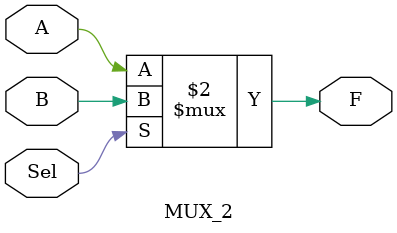
<source format=v>
module MUX_2 #(parameter N = 1) (
    input wire [N-1:0] A,
    input wire [N-1:0] B, 
    input wire Sel,
    output wire [N-1:0] F
);
    assign F = (Sel == 0) ? A : B;
endmodule
</source>
